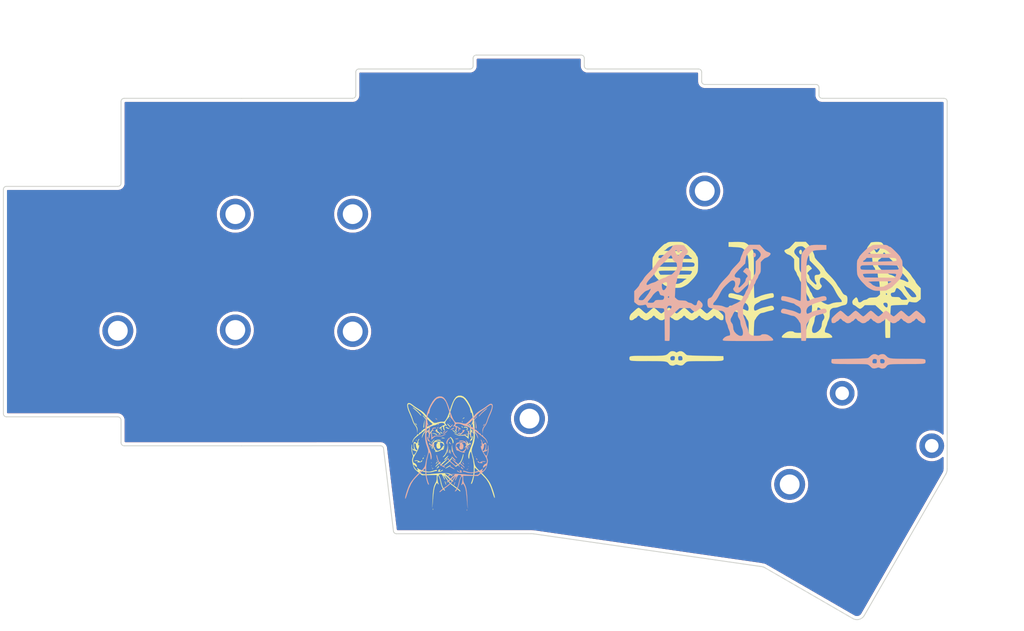
<source format=kicad_pcb>
(kicad_pcb (version 20171130) (host pcbnew "(5.1.9-10.11)")
  (title_block (title "Corne Cherry") (date 2018-11-17) (rev 2.1) (company foostan))
  (layers (0 F.Cu signal hide) (31 B.Cu signal) (34 B.Paste user) (35 F.Paste user) (36 B.SilkS user) (37 F.SilkS user) (38 B.Mask user) (39 F.Mask user) (44 Edge.Cuts user))
  (net 0 "")
  (module SofleLib:khonsu-logo (layer B.Cu) (at 167.02548 102.37598 180)
    (fp_text reference G4 hide)
    (fp_text value Logo_Open_Hardware_Small hide)
  )
  (module SofleLib:khonsu-logo (layer F.Cu) (at 167.52548 101.90098)
    (fp_text reference G3 hide)
    (fp_text value Logo_Open_Hardware_Small hide)
  )
  (module SofleLib:LEGO_HOLE (layer F.Cu) (at 60.47728 105.62238)
    (fp_text reference H10 hide)
    (fp_text value MountingHole)
    (pad "" thru_hole circle (at 0 0) (size 5 5) (drill 3.2) (layers *.Cu *.Mask))
  )
  (module SofleLib:sphinx-logo (layer F.Cu) (at 116.60048 134.27598)
    (fp_text reference G1 hide)
    (fp_text value Logo_Open_Hardware_Small hide)
  )
  (module SofleLib:sphinx-logo (layer B.Cu) (at 111.90048 134.40098 180)
    (fp_text reference G2 hide)
    (fp_text value Logo_Open_Hardware_Small hide)
  )
  (module SofleLib:LEGO_HOLE (layer F.Cu) (at 98.5 105.75)
    (fp_text reference H4 hide)
    (fp_text value MountingHole)
    (pad "" thru_hole circle (at 0 0) (size 5 5) (drill 3.2) (layers *.Cu *.Mask))
  )
  (module SofleLib:LEGO_HOLE (layer F.Cu) (at 98.5 86.75)
    (fp_text reference H3 hide)
    (fp_text value MountingHole)
    (pad "" thru_hole circle (at 0 0) (size 5 5) (drill 3.2) (layers *.Cu *.Mask))
  )
  (module SofleLib:LEGO_HOLE (layer F.Cu) (at 79.5 105.5)
    (fp_text reference H2 hide)
    (fp_text value MountingHole)
    (pad "" thru_hole circle (at 0 0) (size 5 5) (drill 3.2) (layers *.Cu *.Mask))
  )
  (module SofleLib:LEGO_HOLE (layer F.Cu) (at 79.5 86.75)
    (fp_text reference H1 hide)
    (fp_text value MountingHole)
    (pad "" thru_hole circle (at 0 0) (size 5 5) (drill 3.2) (layers *.Cu *.Mask))
  )
  (module kbd:LEGO_HOLE (layer F.Cu) (at 177.75 115.75)
    (fp_text reference H8 hide)
    (fp_text value MountingHole)
    (pad "" thru_hole circle (at 0 0) (size 4 4) (drill 2.2) (layers *.Cu *.Mask))
  )
  (module kbd:LEGO_HOLE (layer F.Cu) (at 192.25 124.25)
    (fp_text reference H9 hide)
    (fp_text value MountingHole)
    (pad "" thru_hole circle (at 0 0) (size 4 4) (drill 2.2) (layers *.Cu *.Mask))
  )
  (module kbd:LEGO_HOLE (layer F.Cu) (at 155.5 83)
    (fp_text reference H6 hide)
    (fp_text value MountingHole)
    (pad "" thru_hole circle (at 0 0) (size 5 5) (drill 3.2) (layers *.Cu *.Mask))
  )
  (module kbd:LEGO_HOLE (layer F.Cu) (at 127.12548 119.85098)
    (fp_text reference H5 hide)
    (fp_text value MountingHole)
    (pad "" thru_hole circle (at 0 0) (size 5 5) (drill 3.2) (layers *.Cu *.Mask))
  )
  (module kbd:LEGO_HOLE (layer F.Cu) (at 169.25 130.5)
    (fp_text reference H7 hide)
    (fp_text value MountingHole)
    (pad "" thru_hole circle (at 0 0) (size 5 5) (drill 3.2) (layers *.Cu *.Mask))
  )
  (gr_line (start 105.58768 138.48998) (end 127.377793 138.482118) (layer Edge.Cuts) (width 0.15))
  (gr_arc (start 105.58768 137.98998) (end 105.58768 138.48998) (angle 75.01900212) (layer Edge.Cuts) (width 0.15))
  (gr_arc (start 60.4332 120.12578) (end 60.4332 119.55898) (angle 90) (layer Edge.Cuts) (width 0.15))
  (gr_line (start 61 123.75) (end 61 120.12578) (layer Edge.Cuts) (width 0.15))
  (gr_arc (start 60.5 81.75) (end 61 81.75) (angle 90) (layer Edge.Cuts) (width 0.15))
  (gr_line (start 41.9496 119.05898) (end 41.9496 82.75) (angle 90) (layer Edge.Cuts) (width 0.15))
  (gr_line (start 42.4496 119.55898) (end 60.4332 119.55898) (angle 90) (layer Edge.Cuts) (width 0.15))
  (gr_arc (start 42.4496 119.05898) (end 41.9496 119.05898) (angle -90) (layer Edge.Cuts) (width 0.15))
  (gr_arc (start 42.4496 82.75) (end 41.9496 82.75) (angle 90) (layer Edge.Cuts) (width 0.15))
  (gr_line (start 42.4496 82.25) (end 60.5 82.25) (angle 90) (layer Edge.Cuts) (width 0.15))
  (gr_arc (start 193.047765 127.997697) (end 194.522764 128.847696) (angle -30.71750663) (layer Edge.Cuts) (width 0.15))
  (gr_arc (start 180.14425 151.010957) (end 179.369251 152.160956) (angle -90.22347501) (layer Edge.Cuts) (width 0.15))
  (gr_arc (start 164.087404 147.16844) (end 165.075 143.9) (angle -11.21335546) (layer Edge.Cuts) (width 0.15))
  (gr_line (start 181.297263 151.781465) (end 194.525 128.85) (layer Edge.Cuts) (width 0.15))
  (gr_line (start 165.075 143.9) (end 179.369251 152.160956) (layer Edge.Cuts) (width 0.15))
  (gr_line (start 127.75 138.5) (end 164.420556 143.770344) (layer Edge.Cuts) (width 0.15))
  (gr_arc (start 127.444611 140.973963) (end 127.377793 138.482118) (angle 8.573050221) (layer Edge.Cuts) (width 0.15))
  (gr_line (start 103.483855 124.614545) (end 105.104674 138.119229) (angle 90) (layer Edge.Cuts) (width 0.15))
  (gr_line (start 174 66.25) (end 174 67.5) (angle 90) (layer Edge.Cuts) (width 0.15))
  (gr_arc (start 173.5 66.25) (end 173.5 65.75) (angle 90) (layer Edge.Cuts) (width 0.15))
  (gr_arc (start 174.5 67.5) (end 174.5 68) (angle 90) (layer Edge.Cuts) (width 0.15))
  (gr_line (start 194.25 68) (end 174.5 68) (angle 90) (layer Edge.Cuts) (width 0.15))
  (gr_arc (start 103 124.74058) (end 103 124.24058) (angle 75.4) (layer Edge.Cuts) (width 0.15))
  (gr_arc (start 61.5 123.75) (end 61.5 124.25) (angle 90) (layer Edge.Cuts) (width 0.15))
  (gr_arc (start 61.5 68.5) (end 61 68.5) (angle 90) (layer Edge.Cuts) (width 0.15))
  (gr_arc (start 98.5 67.5) (end 99 67.5) (angle 90) (layer Edge.Cuts) (width 0.15))
  (gr_arc (start 99.5 63.75) (end 99 63.75) (angle 90) (layer Edge.Cuts) (width 0.15))
  (gr_arc (start 117.5 62.75) (end 118 62.75) (angle 90) (layer Edge.Cuts) (width 0.15))
  (gr_arc (start 118.5 61.5) (end 118 61.5) (angle 90) (layer Edge.Cuts) (width 0.15))
  (gr_arc (start 135.5 61.5) (end 135.5 61) (angle 90) (layer Edge.Cuts) (width 0.15))
  (gr_arc (start 136.5 62.75) (end 136.5 63.25) (angle 90) (layer Edge.Cuts) (width 0.15))
  (gr_arc (start 154.5 63.75) (end 154.5 63.25) (angle 90) (layer Edge.Cuts) (width 0.15))
  (gr_arc (start 155.5 65.25) (end 155.5 65.75) (angle 90) (layer Edge.Cuts) (width 0.15))
  (gr_arc (start 194.25 68.5) (end 194.25 68) (angle 90) (layer Edge.Cuts) (width 0.15))
  (gr_line (start 194.75 68.5) (end 194.75 127.975) (angle 90) (layer Edge.Cuts) (width 0.15))
  (gr_line (start 103 124.24058) (end 80.5 124.25) (angle 90) (layer Edge.Cuts) (width 0.15))
  (gr_line (start 80.5 68) (end 61.5 68) (angle 90) (layer Edge.Cuts) (width 0.15))
  (gr_line (start 61.5 124.25) (end 80.5 124.25) (angle 90) (layer Edge.Cuts) (width 0.15))
  (gr_line (start 61 68.5) (end 61 81.75) (angle 90) (layer Edge.Cuts) (width 0.15))
  (gr_line (start 98.5 68) (end 80.5 68) (angle 90) (layer Edge.Cuts) (width 0.15))
  (gr_line (start 99 63.75) (end 99 67.5) (angle 90) (layer Edge.Cuts) (width 0.15))
  (gr_line (start 117.5 63.25) (end 99.5 63.25) (angle 90) (layer Edge.Cuts) (width 0.15))
  (gr_line (start 118 61.5) (end 118 62.75) (angle 90) (layer Edge.Cuts) (width 0.15))
  (gr_line (start 135.5 61) (end 118.5 61) (angle 90) (layer Edge.Cuts) (width 0.15))
  (gr_line (start 136 62.75) (end 136 61.5) (angle 90) (layer Edge.Cuts) (width 0.15))
  (gr_line (start 154.5 63.25) (end 136.5 63.25) (angle 90) (layer Edge.Cuts) (width 0.15))
  (gr_line (start 155 65.25) (end 155 63.75) (angle 90) (layer Edge.Cuts) (width 0.15))
  (gr_line (start 173.5 65.75) (end 155.5 65.75) (angle 90) (layer Edge.Cuts) (width 0.15))
  (zone (net 0) (net_name "") (layer F.Cu) (connect_pads (clearance 0.508)) (min_thickness 0.254) (fill yes (arc_segments 32) (thermal_gap 0.508) (thermal_bridge_width 0.508))
    (polygon (pts (xy 198.00048 154.22598) (xy 41.32548 154.22598) (xy 41.32548 57.20098) (xy 198.00048 57.20098)))
  )
  (zone (net 0) (net_name "") (layer B.Cu) (connect_pads (clearance 0.508)) (min_thickness 0.254) (fill yes (arc_segments 32) (thermal_gap 0.508) (thermal_bridge_width 0.508))
    (polygon (pts (xy 198.32548 57.187414) (xy 41.65048 57.187414) (xy 41.65048 154.212414) (xy 198.32548 154.212414)))
  )
)
</source>
